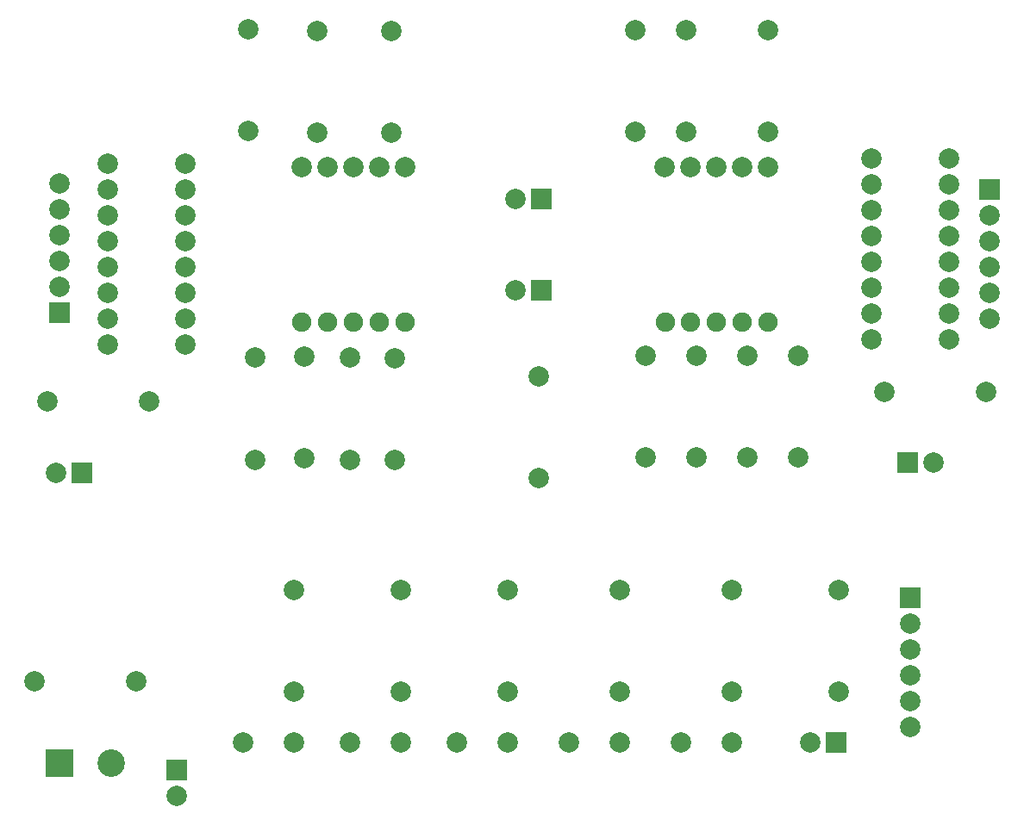
<source format=gbs>
G04 Layer_Color=16711935*
%FSTAX24Y24*%
%MOIN*%
G70*
G01*
G75*
%ADD24R,0.0789X0.0789*%
%ADD25C,0.0789*%
%ADD26R,0.1064X0.1064*%
%ADD27C,0.1064*%
%ADD28R,0.0789X0.0789*%
%ADD29C,0.0749*%
D24*
X057786Y062351D02*
D03*
X021819Y057595D02*
D03*
X026378Y03987D02*
D03*
X054724Y046535D02*
D03*
D25*
X057786Y061351D02*
D03*
Y060351D02*
D03*
Y059351D02*
D03*
Y058351D02*
D03*
Y057351D02*
D03*
X021819Y058595D02*
D03*
Y059595D02*
D03*
Y060595D02*
D03*
Y061595D02*
D03*
Y062595D02*
D03*
X049213Y068504D02*
D03*
Y064567D02*
D03*
X046063Y068504D02*
D03*
Y064567D02*
D03*
X044094Y068504D02*
D03*
Y064567D02*
D03*
X050394Y051969D02*
D03*
Y055906D02*
D03*
X048425Y051969D02*
D03*
Y055906D02*
D03*
X046457Y051969D02*
D03*
Y055906D02*
D03*
X044488Y051969D02*
D03*
Y055906D02*
D03*
X034646Y068489D02*
D03*
Y064552D02*
D03*
X031795Y068489D02*
D03*
Y064552D02*
D03*
X029134Y068543D02*
D03*
Y064606D02*
D03*
X034787Y051874D02*
D03*
Y055811D02*
D03*
X033078Y051894D02*
D03*
Y055831D02*
D03*
X031292Y051942D02*
D03*
Y055879D02*
D03*
X029408Y051894D02*
D03*
Y055831D02*
D03*
X050878Y040945D02*
D03*
X051968Y04685D02*
D03*
Y042913D02*
D03*
X047835Y04685D02*
D03*
Y042913D02*
D03*
X043504Y04685D02*
D03*
Y042913D02*
D03*
X039173Y04685D02*
D03*
Y042913D02*
D03*
X035039Y04685D02*
D03*
Y042913D02*
D03*
X030906Y04685D02*
D03*
Y042913D02*
D03*
X020866Y043307D02*
D03*
X024803D02*
D03*
X047835Y040945D02*
D03*
X045866D02*
D03*
X043504D02*
D03*
X041535D02*
D03*
X039173D02*
D03*
X037205D02*
D03*
X035039D02*
D03*
X033071D02*
D03*
X030906D02*
D03*
X028937D02*
D03*
X026378Y03887D02*
D03*
X040354Y051181D02*
D03*
Y055118D02*
D03*
X045244Y063221D02*
D03*
X046244D02*
D03*
X047244D02*
D03*
X048244D02*
D03*
X049244D02*
D03*
X031194Y063214D02*
D03*
X032194D02*
D03*
X033194D02*
D03*
X034194D02*
D03*
X035194D02*
D03*
X039461Y061993D02*
D03*
Y058449D02*
D03*
X021369Y054146D02*
D03*
X025306D02*
D03*
X057677Y054528D02*
D03*
X05374D02*
D03*
X021705Y051378D02*
D03*
X055618Y051772D02*
D03*
X056224Y063539D02*
D03*
Y062539D02*
D03*
Y061539D02*
D03*
Y060539D02*
D03*
Y059539D02*
D03*
Y058539D02*
D03*
Y057539D02*
D03*
Y056539D02*
D03*
X053224Y059539D02*
D03*
Y058539D02*
D03*
Y057539D02*
D03*
Y056539D02*
D03*
Y060539D02*
D03*
Y061539D02*
D03*
Y062539D02*
D03*
Y063539D02*
D03*
X023697Y056343D02*
D03*
Y057343D02*
D03*
Y058343D02*
D03*
Y059343D02*
D03*
Y060343D02*
D03*
Y061343D02*
D03*
Y062343D02*
D03*
Y063343D02*
D03*
X026697Y060343D02*
D03*
Y061343D02*
D03*
Y062343D02*
D03*
Y063343D02*
D03*
Y059343D02*
D03*
Y058343D02*
D03*
Y057343D02*
D03*
Y056343D02*
D03*
X054724Y045535D02*
D03*
Y044535D02*
D03*
Y043535D02*
D03*
Y042535D02*
D03*
Y041535D02*
D03*
D26*
X021835Y040157D02*
D03*
D27*
X023835D02*
D03*
D28*
X051878Y040945D02*
D03*
X040461Y061993D02*
D03*
Y058449D02*
D03*
X022705Y051378D02*
D03*
X054618Y051772D02*
D03*
D29*
X049244Y057221D02*
D03*
X048244D02*
D03*
X047244D02*
D03*
X046244D02*
D03*
X04526D02*
D03*
X035194Y057214D02*
D03*
X034194D02*
D03*
X033194D02*
D03*
X032194D02*
D03*
X031209D02*
D03*
M02*

</source>
